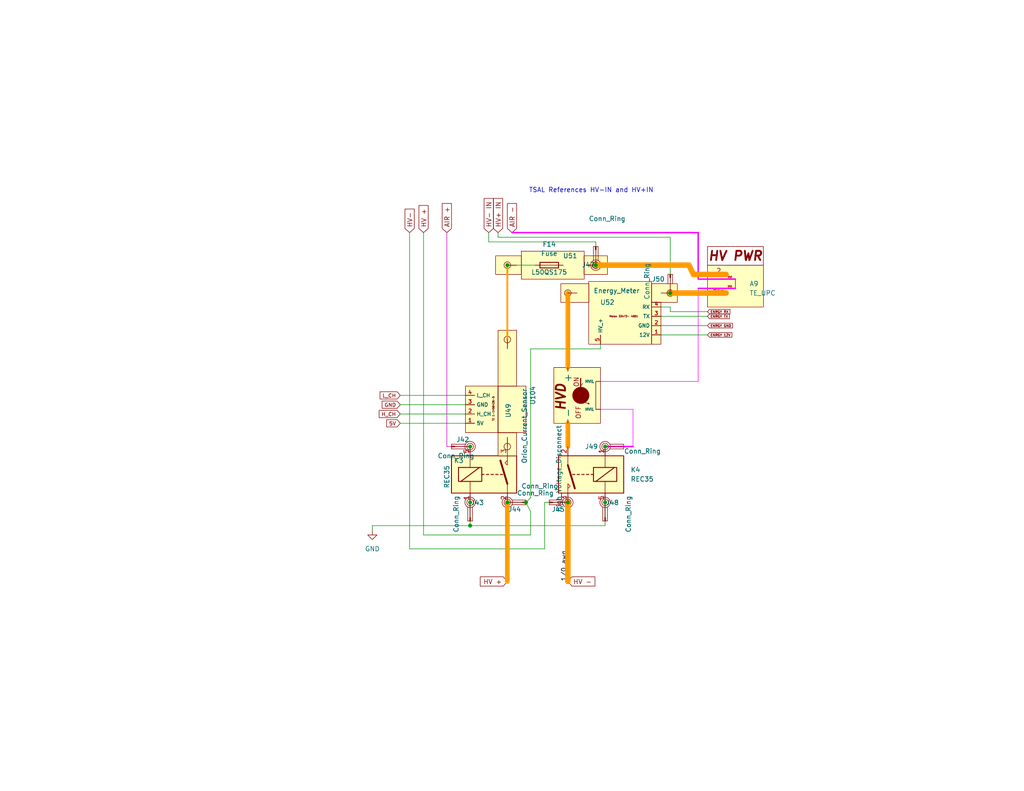
<source format=kicad_sch>
(kicad_sch (version 20211123) (generator eeschema)
  (paper "USLetter")
  (lib_symbols
    (symbol "Conn_Ring_1" (pin_numbers hide) (pin_names (offset 1.016) hide)
      (property "Reference" "J" (at 0 2.54 0))
      (property "Value" "Conn_Ring_1" (at 0 -2.54 0))
      (symbol "Conn_Ring_1_0_1"
        (polyline (pts (xy 0 -0.635) (xy 3.81 -0.635)))
        (polyline (pts (xy 0 0.635) (xy 0 -0.635)))
        (polyline (pts (xy 0 0.635) (xy 3.81 0.635)))
        (circle (center 5.08 0) (radius 0.898))
        (circle (center 5.08 0) (radius 1.4199))
      )
      (symbol "Conn_Ring_1_1_1"
        (polyline (pts (xy 1.27 0) (xy 0.8636 0)) (stroke (width 0.1524)))
        (rectangle (start 0.8636 0.127) (end 0 -0.127) (stroke (width 0.1524)) (fill (type outline)))
        (pin passive line (at 5.08 0 180) (length 5) (name "Pin_1") (number "1"))
      )
    )
    (symbol "Device:Fuse" (pin_numbers hide) (pin_names (offset 0))
      (property "Reference" "F" (at 2.032 0 90))
      (property "Value" "Fuse" (at -1.905 0 90))
      (symbol "Fuse_0_1"
        (rectangle (start -0.762 -2.54) (end 0.762 2.54) (stroke (width 0.254)))
        (polyline (pts (xy 0 2.54) (xy 0 -2.54)))
      )
      (symbol "Fuse_1_1"
        (pin passive line (at 0 3.81 270) (length 1.27) (name "~") (number "1"))
        (pin passive line (at 0 -3.81 90) (length 1.27) (name "~") (number "2"))
      )
    )
    (symbol "FSAE DMS-23 Components:Energy_Meter" (pin_names (offset 0.5))
      (property "Reference" "U" (at -7.62 5.715 0))
      (property "Value" "Energy_Meter" (at -0.635 -3.175 0))
      (symbol "Energy_Meter_0_0"
        (text "Molex 33472- 4001" (at 1.27 5.08 0) (effects (font (size 0.5 0.5))))
      )
      (symbol "Energy_Meter_0_1"
        (rectangle (start -15.875 1.27) (end -8.255 -3.81) (fill (type background)))
        (circle (center -13.97 -1.27) (radius 0.898))
        (rectangle (start -8.255 12.7) (end 8.89 -4.445) (fill (type background)))
        (rectangle (start 8.89 1.27) (end 15.875 -3.81) (fill (type background)))
        (rectangle (start 8.89 12.7) (end 11.43 1.27) (fill (type background)))
        (circle (center 13.97 -1.27) (radius 0.898))
      )
      (symbol "Energy_Meter_1_1"
        (pin bidirectional line (at -13.97 -1.27 0) (length 2.5) (name "") (number ""))
        (pin bidirectional line (at 13.97 -1.27 180) (length 2.5) (name "") (number ""))
        (pin passive line (at 11.43 10.16 180) (length 2.5) (name "12V") (number "1"))
        (pin passive line (at 11.43 7.62 180) (length 2.5) (name "GND") (number "2"))
        (pin passive line (at 11.43 5.08 180) (length 2.5) (name "TX") (number "3"))
        (pin passive line (at 11.43 2.54 180) (length 2.5) (name "RX") (number "4"))
        (pin bidirectional line (at -5.08 12.7 270) (length 2.5) (name "HV_+") (number "5"))
      )
    )
    (symbol "FSAE DMS-23 Components:High_Voltage_Disconnect"
      (property "Reference" "U" (at -7.112 -4.9784 0))
      (property "Value" "High_Voltage_Disconnect" (at 0.6096 -10.7696 0))
      (symbol "High_Voltage_Disconnect_0_0"
        (circle (center 0 -1) (radius 2.2361) (fill (type outline)))
        (polyline (pts (xy -3.81 -5.08) (xy 3.81 -5.08)))
        (rectangle (start 2.2352 -0.8636) (end 4.6736 -1.016))
        (text "HVD" (at -0.38 4.46 0) (effects (font (size 2.5 2.5) bold italic)))
        (text "OFF" (at -4.6228 -0.3556 0) (effects (font (size 1.27 1.27))))
        (text "ON" (at 3.7084 0.2032 0) (effects (font (size 1.27 1.27))))
      )
      (symbol "High_Voltage_Disconnect_0_1"
        (rectangle (start -7.62 6.35) (end 7.62 -6.35) (fill (type background)))
        (polyline (pts (xy -2.3368 -3.048) (xy -2.032 -3.048) (xy -2.3368 -3.302) (xy -2.3368 -3.048)))
        (arc (start 3.2512 -1.524) (mid -0.7893 2.0414) (end -2.2352 -3.1496))
      )
      (symbol "High_Voltage_Disconnect_1_1"
        (pin passive line (at 7.62 2.54 180) (length 1) (name "+") (number ""))
        (pin passive line (at -7.62 2.54 0) (length 1) (name "-") (number ""))
        (pin passive line (at -3.81 -6.35 90) (length 1.15) (name "HVIL") (number ""))
        (pin passive line (at 3.81 -6.35 90) (length 1.15) (name "HVIL") (number ""))
      )
    )
    (symbol "FSAE DMS-23 Components:L50QS150" (pin_names (offset 0.5))
      (property "Reference" "U?" (at -5.715 -3.175 0))
      (property "Value" "L50QS150" (at -1.905 0 0))
      (symbol "L50QS150_0_1"
        (rectangle (start -15.24 1.27) (end -8.255 -3.81) (fill (type background)))
        (circle (center -12.065 -1.27) (radius 0.898))
        (rectangle (start -8.255 2.54) (end 8.89 -5.08) (fill (type background)))
        (rectangle (start 8.89 1.27) (end 15.24 -3.81) (fill (type background)))
        (circle (center 12.065 -1.27) (radius 0.898))
      )
      (symbol "L50QS150_1_1"
        (pin bidirectional line (at -12.065 -1.27 0) (length 2.5) (name "") (number ""))
        (pin bidirectional line (at 12.065 -1.27 180) (length 2.5) (name "") (number ""))
      )
    )
    (symbol "FSAE DMS-23 Components:LEV-200"
      (property "Reference" "K?" (at 9.525 1.2701 0))
      (property "Value" "LEV-200" (at 9.525 -1.2699 0))
      (symbol "LEV-200_0_0"
        (polyline (pts (xy 5.08 5.08) (xy 5.08 2.54) (xy 4.445 3.175) (xy 5.08 3.81)))
      )
      (symbol "LEV-200_0_1"
        (rectangle (start -10.16 5.08) (end 7.62 -5.08) (stroke (width 0.254)) (fill (type background)))
        (rectangle (start -8.255 1.905) (end -1.905 -1.905) (stroke (width 0.254)))
        (polyline (pts (xy -7.62 -1.905) (xy -2.54 1.905)) (stroke (width 0.254)))
        (polyline (pts (xy -5.08 -5.08) (xy -5.08 -1.905)))
        (polyline (pts (xy -5.08 5.08) (xy -5.08 1.905)))
        (polyline (pts (xy -1.905 0) (xy -1.27 0)) (stroke (width 0.254)))
        (polyline (pts (xy -0.635 0) (xy 0 0)) (stroke (width 0.254)))
        (polyline (pts (xy 0.635 0) (xy 1.27 0)) (stroke (width 0.254)))
        (polyline (pts (xy 1.905 0) (xy 2.54 0)) (stroke (width 0.254)))
        (polyline (pts (xy 3.175 0) (xy 3.81 0)) (stroke (width 0.254)))
        (polyline (pts (xy 5.08 -2.54) (xy 3.175 3.81)) (stroke (width 0.508)))
        (polyline (pts (xy 5.08 -2.54) (xy 5.08 -5.08)))
      )
      (symbol "LEV-200_1_1"
        (pin passive line (at -5.08 -7.62 90) (length 2.54) (name "~") (number "1"))
        (pin passive line (at 5.08 -7.62 90) (length 2.54) (name "~") (number "2"))
        (pin passive line (at 5.08 7.62 270) (length 2.54) (name "~") (number "3"))
        (pin passive line (at -5.08 7.62 270) (length 2.54) (name "~") (number "5"))
      )
    )
    (symbol "FSAE DMS-23 Components:Orion_Current_Sensor" (pin_names (offset 0.5))
      (property "Reference" "U?" (at -5.08 -3.81 0))
      (property "Value" "Orion_Current_Sensor" (at 0 -1.27 0))
      (symbol "Orion_Current_Sensor_0_0"
        (text " TE 1-1456426-5" (at 0 2.54 0) (effects (font (size 0.5 0.5))))
      )
      (symbol "Orion_Current_Sensor_0_1"
        (rectangle (start -12.7 1.27) (end -6.35 -3.81) (fill (type background)))
        (circle (center -10.16 -1.27) (radius 0.898))
        (rectangle (start -6.35 1.27) (end 6.35 -6.35) (fill (type background)))
        (rectangle (start -6.35 10.16) (end 6.35 1.27) (fill (type background)))
        (rectangle (start 6.35 1.27) (end 21.59 -3.81) (fill (type background)))
        (circle (center 19.05 -1.27) (radius 0.898))
      )
      (symbol "Orion_Current_Sensor_1_1"
        (pin bidirectional line (at -10.16 -1.27 0) (length 2.5) (name "") (number ""))
        (pin bidirectional line (at 19.05 -1.27 180) (length 2.5) (name "") (number ""))
        (pin passive line (at -3.81 10.16 270) (length 2.5) (name "5V") (number "1"))
        (pin passive line (at -1.27 10.16 270) (length 2.5) (name "H_CH") (number "2"))
        (pin passive line (at 1.27 10.16 270) (length 2.5) (name "GND") (number "3"))
        (pin passive line (at 3.81 10.16 270) (length 2.5) (name "L_CH") (number "4"))
      )
    )
    (symbol "FSAE DMS-23 Components:TE_UPC" (pin_names (offset 1.016) hide)
      (property "Reference" "A1" (at -1.27 -3.81 0))
      (property "Value" "TE_UPC" (at 6.35 -3.81 0))
      (symbol "TE_UPC_0_0"
        (text "HV PWR" (at 2.54 8.89 0) (effects (font (size 2.5 2.5) bold italic)))
      )
      (symbol "TE_UPC_0_1"
        (rectangle (start -5.08 6.35) (end 10.16 -5.08) (fill (type background)))
        (rectangle (start -5.08 11.43) (end 10.16 6.35))
        (polyline (pts (xy 0 2.54) (xy 2.54 2.54) (xy 2.54 0) (xy 0 0)))
      )
      (symbol "TE_UPC_1_1"
        (pin bidirectional line (at 0 3.81 180) (length 4) (name "HV+") (number "2"))
        (pin bidirectional line (at 0 -1.27 180) (length 4) (name "HV_-") (number "HV-"))
        (pin passive line (at 2.54 0 180) (length 3) (name "HVI1") (number "HVI"))
        (pin passive line (at 2.54 2.54 180) (length 3) (name "HVI1") (number "HVI"))
      )
    )
    (symbol "power:GND" (power) (pin_names (offset 0))
      (property "Value" "GND" (at 0 -3.81 0))
      (symbol "GND_0_1"
        (polyline (pts (xy 0 0) (xy 0 -1.27) (xy 1.27 -1.27) (xy 0 -2.54) (xy -1.27 -1.27) (xy 0 -1.27)))
      )
      (symbol "GND_1_1"
        (pin power_in line (at 0 0 270) (length 0) hide (name "GND") (number "1"))
      )
    )
  )
  (junction (at 138.43 137.16))
  (junction (at 154.94 137.16))
  (junction (at 165.1 121.92))
  (junction (at 128.27 121.92))
  (junction (at 128.27 143.51))
  (junction (at 182.88 80.01))
  (junction (at 138.43 72.39))
  (junction (at 162.56 72.39))
  (junction (at 128.27 137.16))
  (junction (at 143.51 137.16))
  (junction (at 165.1 137.16))
  (wire (pts (xy 128.27 143.51) (xy 101.6 143.51)))
  (wire (pts (xy 109.22 107.95) (xy 127 107.95)))
  (wire (pts (xy 154.94 80.01) (xy 154.94 100.33)) (stroke (width 1.27) (color 255 153 0 1)))
  (wire (pts (xy 144.78 146.05) (xy 115.57 146.05)))
  (wire (pts (xy 143.51 137.16) (xy 144.78 139.7)))
  (wire (pts (xy 109.22 110.49) (xy 127 110.49)))
  (wire (pts (xy 180.34 91.44) (xy 193.04 91.44)))
  (wire (pts (xy 190.5 104.14) (xy 190.5 78.74)) (stroke (width 0) (color 255 0 255 1)))
  (wire (pts (xy 144.78 95.25) (xy 144.78 135.89)))
  (wire (pts (xy 190.5 78.74) (xy 200.66 78.74)) (stroke (width 0.4) (color 255 0 255 1)))
  (wire (pts (xy 182.88 64.77) (xy 182.88 80.01)))
  (wire (pts (xy 163.83 104.14) (xy 190.5 104.14)) (stroke (width 0) (color 255 0 255 1)))
  (wire (pts (xy 163.83 95.25) (xy 163.83 93.98)))
  (wire (pts (xy 143.51 137.16) (xy 144.78 135.89)))
  (wire (pts (xy 166.37 121.92) (xy 165.1 121.92)))
  (wire (pts (xy 154.94 115.57) (xy 154.94 121.92)) (stroke (width 1.27) (color 255 153 0 1)))
  (wire (pts (xy 162.56 66.04) (xy 133.35 66.04)))
  (wire (pts (xy 180.34 88.9) (xy 193.04 88.9)))
  (wire (pts (xy 198.12 74.93) (xy 189.23 74.93)) (stroke (width 1.5) (color 255 153 0 1)))
  (wire (pts (xy 162.56 72.39) (xy 162.56 66.04)))
  (wire (pts (xy 109.22 115.57) (xy 127 115.57)))
  (wire (pts (xy 172.72 111.76) (xy 172.72 121.92)) (stroke (width 0) (color 255 0 255 1)))
  (wire (pts (xy 135.89 63.5) (xy 135.89 64.77)))
  (wire (pts (xy 182.88 80.01) (xy 198.12 80.01)) (stroke (width 1.5) (color 255 153 0 1)))
  (wire (pts (xy 138.43 72.39) (xy 138.43 92.71)) (stroke (width 0.5) (color 255 153 0 1)))
  (wire (pts (xy 182.88 85.09) (xy 182.88 83.82)))
  (wire (pts (xy 190.5 63.5) (xy 190.5 76.2)) (stroke (width 0.4) (color 255 0 255 1)))
  (wire (pts (xy 138.43 72.39) (xy 146.05 72.39)))
  (wire (pts (xy 121.92 121.92) (xy 128.27 121.92)) (stroke (width 0) (color 194 0 194 1)))
  (wire (pts (xy 163.83 111.76) (xy 172.72 111.76)) (stroke (width 0) (color 255 0 255 1)))
  (wire (pts (xy 128.27 143.51) (xy 128.27 137.16)))
  (wire (pts (xy 187.96 72.39) (xy 189.23 74.93)) (stroke (width 1.5) (color 255 153 0 1)))
  (wire (pts (xy 182.88 83.82) (xy 180.34 83.82)))
  (wire (pts (xy 162.56 72.39) (xy 187.96 72.39)) (stroke (width 1.5) (color 255 153 0 1)))
  (wire (pts (xy 180.34 86.36) (xy 193.04 86.36)))
  (wire (pts (xy 154.94 137.16) (xy 154.94 158.75)) (stroke (width 1.5) (color 255 153 0 1)))
  (wire (pts (xy 148.59 149.86) (xy 111.76 149.86)))
  (wire (pts (xy 144.78 139.7) (xy 144.78 146.05)))
  (wire (pts (xy 139.7 63.5) (xy 190.5 63.5)) (stroke (width 0.4) (color 255 0 255 1)))
  (wire (pts (xy 144.78 95.25) (xy 163.83 95.25)))
  (wire (pts (xy 182.88 85.09) (xy 193.04 85.09)))
  (wire (pts (xy 109.22 113.03) (xy 127 113.03)))
  (wire (pts (xy 138.43 137.16) (xy 138.43 158.75)) (stroke (width 1.27) (color 255 153 0 1)))
  (wire (pts (xy 121.92 63.5) (xy 121.92 121.92)) (stroke (width 0) (color 194 0 194 1)))
  (wire (pts (xy 165.1 137.16) (xy 165.1 143.51)))
  (wire (pts (xy 138.43 137.16) (xy 143.51 137.16)))
  (wire (pts (xy 200.66 76.2) (xy 190.5 76.2)) (stroke (width 0.4) (color 255 0 255 1)))
  (wire (pts (xy 148.59 137.16) (xy 148.59 149.86)))
  (wire (pts (xy 101.6 143.51) (xy 101.6 144.78)))
  (wire (pts (xy 135.89 64.77) (xy 182.88 64.77)))
  (wire (pts (xy 165.1 121.92) (xy 172.72 121.92)) (stroke (width 0.4) (color 255 0 255 1)))
  (wire (pts (xy 115.57 63.5) (xy 115.57 146.05)))
  (wire (pts (xy 111.76 63.5) (xy 111.76 149.86)))
  (wire (pts (xy 154.94 137.16) (xy 148.59 137.16)))
  (wire (pts (xy 133.35 66.04) (xy 133.35 63.5)))
  (wire (pts (xy 128.27 143.51) (xy 165.1 143.51)))
  (text "TSAL References HV-IN and HV+IN" (at 178.3588 52.7812 180) (effects (font (size 1.27 1.27)) (justify right bottom)))
  (label "1{slash}0 awg" (at 154.94 158.75 90))
  (global_label "ENRGY TX" (shape input) (at 193.04 86.36 0) (effects (font (size 0.65 0.65))) (property "Intersheet References" "${INTERSHEET_REFS}" (effects hide)))
  (global_label "HV-" (shape input) (at 111.76 63.5 90) (property "Intersheet References" "${INTERSHEET_REFS}" (effects hide)))
  (global_label "HV- IN" (shape input) (at 133.35 63.5 90) (property "Intersheet References" "${INTERSHEET_REFS}" (effects hide)))
  (global_label "HV +" (shape input) (at 115.57 63.5 90) (property "Intersheet References" "${INTERSHEET_REFS}" (effects hide)))
  (global_label "HV -" (shape input) (at 154.94 158.75 0) (property "Intersheet References" "${INTERSHEET_REFS}" (effects hide)))
  (global_label "AIR +" (shape input) (at 121.92 63.5 90) (property "Intersheet References" "${INTERSHEET_REFS}" (effects hide)))
  (global_label "HV +" (shape input) (at 138.43 158.75 180) (property "Intersheet References" "${INTERSHEET_REFS}" (effects hide)))
  (global_label "ENRGY RX" (shape input) (at 193.04 85.09 0) (effects (font (size 0.65 0.65))) (property "Intersheet References" "${INTERSHEET_REFS}" (effects hide)))
  (global_label "5V" (shape input) (at 109.22 115.57 180) (effects (font (size 1 1))) (property "Intersheet References" "${INTERSHEET_REFS}" (effects hide)))
  (global_label "AIR -" (shape input) (at 139.7 63.5 90) (property "Intersheet References" "${INTERSHEET_REFS}" (effects hide)))
  (global_label "ENRGY 12V" (shape input) (at 193.04 91.44 0) (effects (font (size 0.65 0.65))) (property "Intersheet References" "${INTERSHEET_REFS}" (effects hide)))
  (global_label "HV+ IN" (shape input) (at 135.89 63.5 90) (property "Intersheet References" "${INTERSHEET_REFS}" (effects hide)))
  (global_label "ENRGY GND" (shape input) (at 193.04 88.9 0) (effects (font (size 0.65 0.65))) (property "Intersheet References" "${INTERSHEET_REFS}" (effects hide)))
  (global_label "H_CH" (shape input) (at 109.22 113.03 180) (effects (font (size 1 1))) (property "Intersheet References" "${INTERSHEET_REFS}" (effects hide)))
  (global_label "L_CH" (shape input) (at 109.22 107.95 180) (effects (font (size 1 1))) (property "Intersheet References" "${INTERSHEET_REFS}" (effects hide)))
  (global_label "GND" (shape input) (at 109.22 110.49 180) (effects (font (size 1 1))) (property "Intersheet References" "${INTERSHEET_REFS}" (effects hide)))
  (symbol (lib_id "FSAE DMS-23 Components:Energy_Meter") (at 168.91 81.28 0) (mirror x) (unit 1)
    (property "Reference" "U52" (at 165.735 82.55 0))
    (property "Value" "Energy_Meter" (at 168.275 79.375 0))
  )
  (symbol (lib_id "Device:Fuse") (at 149.86 72.39 270) (unit 1)
    (property "Reference" "F14" (at 149.86 66.675 90))
    (property "Value" "Fuse" (at 149.86 69.215 90))
  )
  (symbol (lib_name "Conn_Ring_1") (lib_id "FSAE DMS-23 Components:Conn_Ring") (at 149.86 137.16 0) (unit 1)
    (property "Reference" "J45" (at 150.495 139.065 0) (effects (justify left)))
    (property "Value" "Conn_Ring" (at 142.24 132.715 0) (effects (justify left)))
  )
  (symbol (lib_name "Conn_Ring_1") (lib_id "FSAE DMS-23 Components:Conn_Ring") (at 182.88 74.93 270) (unit 1)
    (property "Reference" "J50" (at 177.8 76.2 90) (effects (justify left)))
    (property "Value" "Conn_Ring" (at 176.53 71.755 0) (effects (justify left)))
  )
  (symbol (lib_name "Conn_Ring_1") (lib_id "FSAE DMS-23 Components:Conn_Ring") (at 128.27 142.24 90) (unit 1)
    (property "Reference" "J43" (at 132.08 137.24 90) (effects (justify left)))
    (property "Value" "Conn_Ring" (at 124.46 145.415 0) (effects (justify left)))
  )
  (symbol (lib_id "FSAE DMS-23 Components:LEV-200") (at 133.35 129.54 0) (unit 1)
    (property "Reference" "K3" (at 123.825 125.73 0) (effects (justify left)))
    (property "Value" "REC35" (at 121.92 133.35 90) (effects (justify left)))
    (property "Footprint" "FSAE: LEV200" (effects hide))
    (property "Datasheet" "--" (effects hide))
  )
  (symbol (lib_name "Conn_Ring_1") (lib_id "FSAE DMS-23 Components:Conn_Ring") (at 170.18 121.92 180) (unit 1)
    (property "Reference" "J49" (at 163.195 121.92 0) (effects (justify left)))
    (property "Value" "Conn_Ring" (at 180.34 123.19 0) (effects (justify left)))
  )
  (symbol (lib_name "Conn_Ring_1") (lib_id "FSAE DMS-23 Components:Conn_Ring") (at 162.56 67.31 270) (unit 1)
    (property "Reference" "J47" (at 158.75 72.31 90) (effects (justify left)))
    (property "Value" "Conn_Ring" (at 160.6296 59.69 90) (effects (justify left)))
  )
  (symbol (lib_id "FSAE DMS-23 Components:Orion_Current_Sensor") (at 137.16 111.76 90) (unit 1)
    (property "Reference" "U49" (at 138.684 110.1344 0) (effects (justify right)))
    (property "Value" "Orion_Current_Sensor" (at 143.1036 106.0196 0) (effects (justify right)))
  )
  (symbol (lib_id "FSAE DMS-23 Components:TE_UPC") (at 198.12 78.74 0) (unit 1)
    (property "Reference" "A9" (at 204.47 77.4699 0) (effects (justify left)))
    (property "Value" "TE_UPC" (at 204.47 80.0099 0) (effects (justify left)))
  )
  (symbol (lib_id "FSAE DMS-23 Components:LEV-200") (at 160.02 129.54 180) (unit 1)
    (property "Reference" "K4" (at 172.0596 128.2699 0) (effects (justify right)))
    (property "Value" "REC35" (at 172.0596 130.8099 0) (effects (justify right)))
    (property "Footprint" "FSAE: LEV200" (effects hide))
    (property "Datasheet" "--" (effects hide))
  )
  (symbol (lib_name "Conn_Ring_1") (lib_id "FSAE DMS-23 Components:Conn_Ring") (at 165.1 142.24 90) (unit 1)
    (property "Reference" "J48" (at 168.91 137.24 90) (effects (justify left)))
    (property "Value" "Conn_Ring" (at 171.45 145.415 0) (effects (justify left)))
  )
  (symbol (lib_id "power:GND") (at 101.6 144.78 0) (unit 1)
    (property "Reference" "#PWR0115" (effects hide))
    (property "Value" "GND" (at 101.6 149.86 0))
  )
  (symbol (lib_id "FSAE DMS-23 Components:High_Voltage_Disconnect") (at 157.48 107.95 90) (unit 1)
    (property "Reference" "U104" (at 145.36 107.95 0))
    (property "Value" "High_Voltage_Disconnect" (at 152.48 127.95 0))
  )
  (symbol (lib_name "Conn_Ring_1") (lib_id "FSAE DMS-23 Components:Conn_Ring") (at 143.51 137.16 0) (mirror y) (unit 1)
    (property "Reference" "J44" (at 142.24 139.065 0) (effects (justify left)))
    (property "Value" "Conn_Ring" (at 151.13 134.62 0) (effects (justify left)))
  )
  (symbol (lib_id "FSAE DMS-23 Components:L50QS150") (at 150.495 71.12 0) (unit 1)
    (property "Reference" "U51" (at 155.575 69.85 0))
    (property "Value" "L50QS175" (at 149.86 74.295 0))
  )
  (symbol (lib_name "Conn_Ring_1") (lib_id "FSAE DMS-23 Components:Conn_Ring") (at 123.19 121.92 0) (mirror x) (unit 1)
    (property "Reference" "J42" (at 124.46 120.015 0) (effects (justify left)))
    (property "Value" "Conn_Ring" (at 119.38 124.46 0) (effects (justify left)))
  )
)
</source>
